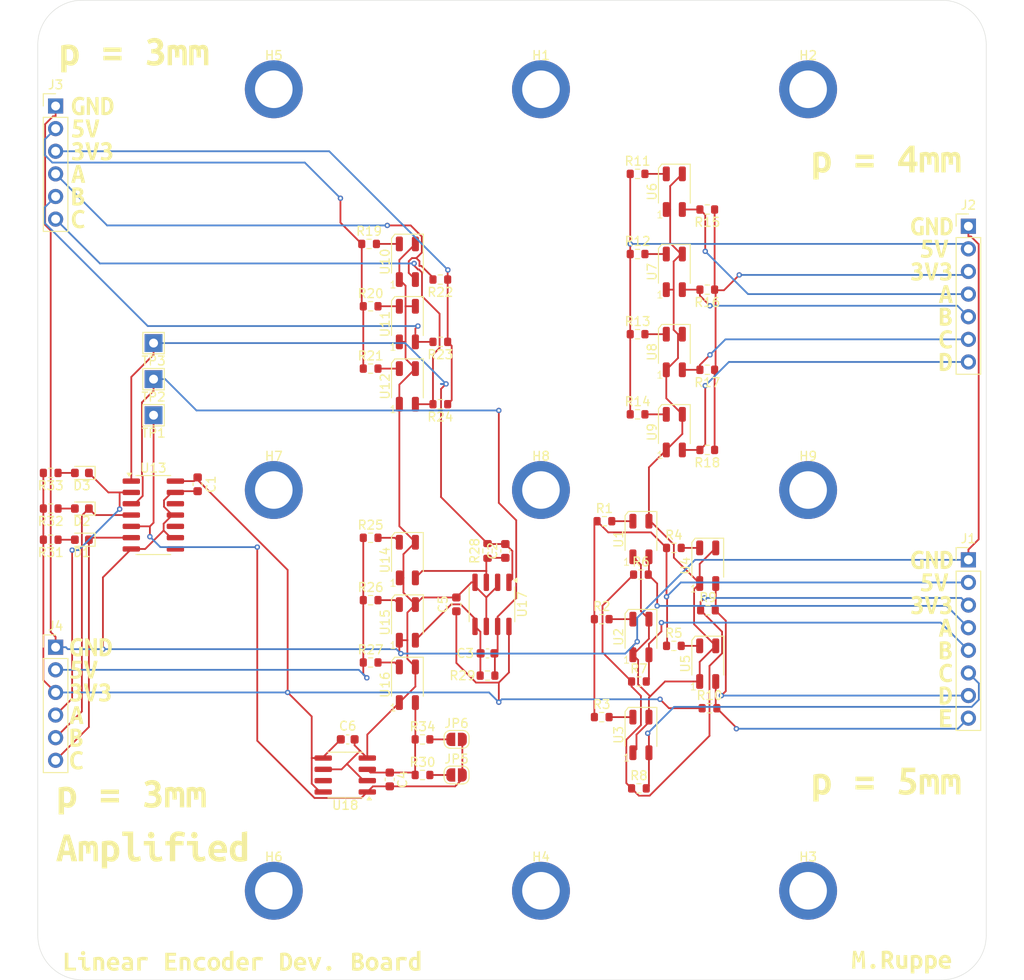
<source format=kicad_pcb>
(kicad_pcb (version 20241229) (generator "pcbnew") (generator_version "9.0")
  (layers (0 "F.Cu" signal) (2 "B.Cu" signal) (13 "F.Paste" user) (15 "B.Paste" user) (5 "F.SilkS" user "F.Silkscreen") (7 "B.SilkS" user "B.Silkscreen") (1 "F.Mask" user) (3 "B.Mask" user) (25 "Edge.Cuts" user))
  (net 0 "")
  (net 1 "GND")
  (net 2 "Net-(U1-A)")
  (net 3 "Net-(U2-A)")
  (net 4 "Net-(U3-A)")
  (net 5 "Net-(U4-A)")
  (net 6 "Net-(U5-A)")
  (net 7 "Net-(U6-A)")
  (net 8 "Net-(U7-A)")
  (net 9 "Net-(U14-A)")
  (net 10 "Net-(U8-A)")
  (net 11 "Net-(U17A-+)")
  (net 12 "Net-(U15-A)")
  (net 13 "Net-(U9-A)")
  (net 14 "Net-(U10-A)")
  (net 15 "Net-(U18A-+)")
  (net 16 "Net-(U16-A)")
  (net 17 "Net-(U11-A)")
  (net 18 "Net-(U12-A)")
  (net 19 "Net-(J1-Pin_6)")
  (net 20 "Net-(J1-Pin_8)")
  (net 21 "Net-(J1-Pin_4)")
  (net 22 "Net-(J1-Pin_5)")
  (net 23 "Net-(J1-Pin_7)")
  (net 24 "VCC")
  (net 25 "Net-(C2-Pad2)")
  (net 26 "Net-(C3-Pad2)")
  (net 27 "Net-(D1-A)")
  (net 28 "Net-(D1-K)")
  (net 29 "Net-(D2-A)")
  (net 30 "Net-(D2-K)")
  (net 31 "Net-(D3-K)")
  (net 32 "Net-(D3-A)")
  (net 36 "Net-(JP5-B)")
  (net 37 "Net-(JP5-A)")
  (net 38 "Net-(JP6-A)")
  (net 39 "Net-(U17B-+)")
  (net 41 "/3V3_5mm")
  (net 42 "/5V_5mm")
  (net 43 "/5V_4mm")
  (net 44 "Net-(J2-Pin_4)")
  (net 45 "/3V3_4mm")
  (net 46 "Net-(J2-Pin_5)")
  (net 47 "Net-(J2-Pin_6)")
  (net 48 "Net-(J2-Pin_7)")
  (net 49 "/3V3_3mm")
  (net 50 "Net-(J3-Pin_5)")
  (net 51 "/5V_3mm")
  (net 52 "Net-(J3-Pin_6)")
  (net 53 "Net-(J3-Pin_4)")
  (net 54 "/5V_3mm_AMP")
  (footprint "OptoDevice:Everlight_ITR1201SR10AR" (layer "F.Cu") (at 136.225 132.5)
    (property "Reference" "U3")
    (property "Value" "ITR8307-S17-TR8")
  )
  (footprint "OptoDevice:Everlight_ITR1201SR10AR" (layer "F.Cu") (at 143.725 113.5)
    (property "Reference" "U4")
    (property "Value" "ITR8307-S17-TR8")
  )
  (footprint "kibuzzard-68A3D602" (layer "F.Cu") (at 79.39 56.165)
    (property "Reference" "kibuzzard-68A3D602" (hide yes))
    (property "Value" "G***" (hide yes))
  )
  (footprint "Resistor_SMD:R_0603_1608Metric" (layer "F.Cu") (at 136 126.5)
    (property "Reference" "R7")
    (property "Value" "10k")
  )
  (footprint "OptoDevice:Everlight_ITR1201SR10AR" (layer "F.Cu") (at 136.225 121.5)
    (property "Reference" "U2")
    (property "Value" "ITR8307-S17-TR8")
  )
  (footprint "Resistor_SMD:R_0603_1608Metric" (layer "F.Cu") (at 119 125.84)
    (property "Reference" "R29")
    (property "Value" "4k7")
  )
  (footprint "Resistor_SMD:R_0603_1608Metric" (layer "F.Cu") (at 131.825 130.5)
    (property "Reference" "R3")
    (property "Value" "220")
  )
  (footprint "Resistor_SMD:R_0603_1608Metric" (layer "F.Cu") (at 113.7 81.365 180)
    (property "Reference" "R22")
    (property "Value" "10k")
  )
  (footprint "Resistor_SMD:R_0603_1608Metric" (layer "F.Cu") (at 69.95 107.08 180)
    (property "Reference" "R32")
    (property "Value" "4k7")
  )
  (footprint "Connector_PinHeader_2.54mm:PinHeader_1x06_P2.54mm_Vertical" (layer "F.Cu") (at 70.5 122.65)
    (property "Reference" "J4")
    (property "Value" "Conn_01x06_Pin")
  )
  (footprint "Resistor_SMD:R_0603_1608Metric" (layer "F.Cu") (at 143.75 118.5)
    (property "Reference" "R9")
    (property "Value" "10k")
  )
  (footprint "Package_SO:SOIC-8_3.9x4.9mm_P1.27mm" (layer "F.Cu") (at 103.025 137 180)
    (property "Reference" "U18")
    (property "Value" "MCP6002-xSN")
  )
  (footprint "OptoDevice:Everlight_ITR1201SR10AR" (layer "F.Cu") (at 110 119.865)
    (property "Reference" "U15")
    (property "Value" "ITR8307-S17-TR8")
  )
  (footprint "kibuzzard-68A3DEDD" (layer "F.Cu") (at 91.5 157.864297)
    (property "Reference" "kibuzzard-68A3DEDD" (hide yes))
    (property "Value" "G***" (hide yes))
  )
  (footprint "Jumper:SolderJumper-2_P1.3mm_Open_RoundedPad1.0x1.5mm" (layer "F.Cu") (at 115.525 137)
    (property "Reference" "JP5")
    (property "Value" "SolderJumper_2_Open")
  )
  (footprint "kibuzzard-68A3D523" (layer "F.Cu") (at 170.46 120.465)
    (property "Reference" "kibuzzard-68A3D523" (hide yes))
    (property "Value" "G***" (hide yes))
  )
  (footprint "Connector_PinHeader_2.54mm:PinHeader_1x07_P2.54mm_Vertical" (layer "F.Cu") (at 173 75.38)
    (property "Reference" "J2")
    (property "Value" "Conn_01x07_Pin")
  )
  (footprint "kibuzzard-68A3D861" (layer "F.Cu") (at 165.5 158)
    (property "Reference" "kibuzzard-68A3D861" (hide yes))
    (property "Value" "G***" (hide yes))
  )
  (footprint "Resistor_SMD:R_0603_1608Metric" (layer "F.Cu") (at 143.675 82.5 180)
    (property "Reference" "R16")
    (property "Value" "10k")
  )
  (footprint "TestPoint:TestPoint_THTPad_2.0x2.0mm_Drill1.0mm" (layer "F.Cu") (at 81.5 88.5 180)
    (property "Reference" "TP3")
    (property "Value" "TestPoint")
  )
  (footprint "kibuzzard-68A3D529" (layer "F.Cu") (at 72.849475 132.81)
    (property "Reference" "kibuzzard-68A3D529" (hide yes))
    (property "Value" "G***" (hide yes))
  )
  (footprint "kibuzzard-68A3D4F1" (layer "F.Cu") (at 168.848813 80.46)
    (property "Reference" "kibuzzard-68A3D4F1" (hide yes))
    (property "Value" "G***" (hide yes))
  )
  (footprint "Resistor_SMD:R_0603_1608Metric" (layer "F.Cu") (at 135.85 87.5)
    (property "Reference" "R13")
    (property "Value" "220")
  )
  (footprint "LED_SMD:LED_0603_1608Metric" (layer "F.Cu") (at 73.45 103.08 180)
    (property "Reference" "D3")
    (property "Value" "LED")
  )
  (footprint "kibuzzard-68A3D52F" (layer "F.Cu") (at 170.46 125.545)
    (property "Reference" "kibuzzard-68A3D52F" (hide yes))
    (property "Value" "G***" (hide yes))
  )
  (footprint "OptoDevice:Everlight_ITR1201SR10AR" (layer "F.Cu") (at 110 79.365)
    (property "Reference" "U10")
    (property "Value" "ITR8307-S17-TR8")
  )
  (footprint "Resistor_SMD:R_0603_1608Metric" (layer "F.Cu") (at 143.675 73.5 180)
    (property "Reference" "R15")
    (property "Value" "10k")
  )
  (footprint "OptoDevice:Everlight_ITR1201SR10AR" (layer "F.Cu") (at 136.225 110.5)
    (property "Reference" "U1")
    (property "Value" "ITR8307-S17-TR8")
  )
  (footprint "kibuzzard-68A3D529" (layer "F.Cu") (at 73.04 72.04)
    (property "Reference" "kibuzzard-68A3D529" (hide yes))
    (property "Value" "G***" (hide yes))
  )
  (footprint "kibuzzard-68A3D523" (layer "F.Cu") (at 72.849475 130.27)
    (property "Reference" "kibuzzard-68A3D523" (hide yes))
    (property "Value" "G***" (hide yes))
  )
  (footprint "Resistor_SMD:R_0603_1608Metric" (layer "F.Cu") (at 135.85 78.5)
    (property "Reference" "R12")
    (property "Value" "220")
  )
  (footprint "Resistor_SMD:R_0603_1608Metric" (layer "F.Cu") (at 105.7 77.365)
    (property "Reference" "R19")
    (property "Value" "220")
  )
  (footprint "Resistor_SMD:R_0603_1608Metric" (layer "F.Cu") (at 136.225 114.5)
    (property "Reference" "R6")
    (property "Value" "10k")
  )
  (footprint "Resistor_SMD:R_0603_1608Metric" (layer "F.Cu") (at 105.875 117.365)
    (property "Reference" "R26")
    (property "Value" "220")
  )
  (footprint "Resistor_SMD:R_0603_1608Metric" (layer "F.Cu") (at 139.925 111.5)
    (property "Reference" "R4")
    (property "Value" "220")
  )
  (footprint "Capacitor_SMD:C_0603_1608Metric" (layer "F.Cu") (at 86.45 104.355 90)
    (property "Reference" "C1")
    (property "Value" "100n")
  )
  (footprint "kibuzzard-68A3D4F1" (layer "F.Cu") (at 168.848813 117.925)
    (property "Reference" "kibuzzard-68A3D4F1" (hide yes))
    (property "Value" "G***" (hide yes))
  )
  (footprint "kibuzzard-68A3D529" (layer "F.Cu") (at 170.46 123.005)
    (property "Reference" "kibuzzard-68A3D529" (hide yes))
    (property "Value" "G***" (hide yes))
  )
  (footprint "kibuzzard-68A3D52F" (layer "F.Cu") (at 73.04 74.58)
    (property "Reference" "kibuzzard-68A3D52F" (hide yes))
    (property "Value" "G***" (hide yes))
  )
  (footprint "Resistor_SMD:R_0603_1608Metric" (layer "F.Cu") (at 135.85 69.5)
    (property "Reference" "R11")
    (property "Value" "220")
  )
  (footprint "Resistor_SMD:R_0603_1608Metric" (layer "F.Cu") (at 139.925 122.5)
    (property "Reference" "R5")
    (property "Value" "220")
  )
  (footprint "Resistor_SMD:R_0603_1608Metric" (layer "F.Cu") (at 143.675 100.5 180)
    (property "Reference" "R18")
    (property "Value" "10k")
  )
  (footprint "OptoDevice:Everlight_ITR1201SR10AR" (layer "F.Cu") (at 139.975 71.5)
    (property "Reference" "U6")
    (property "Value" "ITR8307-S17-TR8")
  )
  (footprint "Package_SO:SOIC-14_3.9x8.7mm_P1.27mm" (layer "F.Cu") (at 81.475 107.81)
    (property "Reference" "U13")
    (property "Value" "74HC14")
  )
  (footprint "kibuzzard-68A3D4DA" (layer "F.Cu") (at 73.865525 64.42)
    (property "Reference" "kibuzzard-68A3D4DA" (hide yes))
    (property "Value" "G***" (hide yes))
  )
  (footprint "Resistor_SMD:R_0603_1608Metric" (layer "F.Cu") (at 105.875 124.365)
    (property "Reference" "R27")
    (property "Value" "220")
  )
  (footprint "Capacitor_SMD:C_0603_1608Metric" (layer "F.Cu") (at 103.3 133 180)
    (property "Reference" "C6")
    (property "Value" "100n")
  )
  (footprint "OptoDevice:Everlight_ITR1201SR10AR" (layer "F.Cu") (at 110 126.865)
    (property "Reference" "U16")
    (property "Value" "ITR8307-S17-TR8")
  )
  (footprint "TestPoint:TestPoint_THTPad_2.0x2.0mm_Drill1.0mm" (layer "F.Cu") (at 81.5 92.55 180)
    (property "Reference" "TP2")
    (property "Value" "TestPoint")
  )
  (footprint "kibuzzard-68A3D52F" (layer "F.Cu") (at 72.849475 135.35)
    (property "Reference" "kibuzzard-68A3D52F" (hide yes))
    (property "Value" "G***" (hide yes))
  )
  (footprint "kibuzzard-68A3D4DA" (layer "F.Cu") (at 169.19 115.385)
    (property "Reference" "kibuzzard-68A3D4DA" (hide yes))
    (property "Value" "G***" (hide yes))
  )
  (footprint "Capacitor_SMD:C_0603_1608Metric" (layer "F.Cu") (at 121 111.84 90)
    (property "Reference" "C2")
    (property "Value" "1n")
  )
  (footprint "OptoDevice:Everlight_ITR1201SR10AR" (layer "F.Cu") (at 139.975 80.5)
    (property "Reference" "U7")
    (property "Value" "ITR8307-S17-TR8")
  )
  (footprint "kibuzzard-68A3D4DA" (layer "F.Cu") (at 169.19 77.92)
    (property "Reference" "kibuzzard-68A3D4DA" (hide yes))
    (property "Value" "G***" (hide yes))
  )
  (footprint "Resistor_SMD:R_0603_1608Metric" (layer "F.Cu") (at 111.7 137)
    (property "Reference" "R30")
    (property "Value" "4k7")
  )
  (footprint "kibuzzard-68A3D4E7" (layer "F.Cu") (at 74.471446 122.65)
    (property "Reference" "kibuzzard-68A3D4E7" (hide yes))
    (property "Value" "G***" (hide yes))
  )
  (footprint "Connector_PinHeader_2.54mm:PinHeader_1x08_P2.54mm_Vertical" (layer "F.Cu") (at 173 112.84)
    (property "Reference" "J1")
    (property "Value" "Conn_01x08_Pin")
  )
  (footprint "Resistor_SMD:R_0603_1608Metric" (layer "F.Cu") (at 119 111.84 90)
    (property "Reference" "R28")
    (property "Value" "4k7")
  )
  (footprint "kibuzzard-68A3D638" (layer "F.Cu") (at 163.845 138.08)
    (property "Reference" "kibuzzard-68A3D638" (hide yes))
    (property "Value" "G***" (hide yes))
  )
  (footprint "Resistor_SMD:R_0603_1608Metric" (layer "F.Cu") (at 143.925 129.5)
    (property "Reference" "R10")
    (property "Value" "10k")
  )
  (footprint "Connector_PinHeader_2.54mm:PinHeader_1x06_P2.54mm_Vertical" (layer "F.Cu") (at 70.5 61.88)
    (property "Reference" "J3")
    (property "Value" "Conn_01x06_Pin")
  )
  (footprint "kibuzzard-68A3D4DA" (layer "F.Cu") (at 73.675 125.19)
    (property "Reference" "kibuzzard-68A3D4DA" (hide yes))
    (property "Value" "G***" (hide yes))
  )
  (footprint "Resistor_SMD:R_0603_1608Metric" (layer "F.Cu") (at 131.825 119.5)
    (property "Reference" "R2")
    (property "Value" "220")
  )
  (footprint "kibuzzard-68A3D628" (layer "F.Cu") (at 163.845 68.23)
    (property "Reference" "kibuzzard-68A3D628" (hide yes))
    (property "Value" "G***" (hide yes))
  )
  (footprint "Resistor_SMD:R_0603_1608Metric" (layer "F.Cu") (at 69.95 103.08 180)
    (property "Reference" "R33")
    (property "Value" "4k7")
  )
  (footprint "Footprints:MountingHole_SMTSO3030_3.2mm_M3" (layer "F.Cu") (at 95 60)
    (property "Reference" "H5")
    (property "Value" "MountingHole")
  )
  (footprint "Resistor_SMD:R_0603_1608Metric" (layer "F.Cu") (at 135.85 96.5)
    (property "Reference" "R14")
    (property "Value" "220")
  )
  (footprint "kibuzzard-68A3D4E7" (layer "F.Cu") (at 168.906971 112.845)
    (property "Reference" "kibuzzard-68A3D4E7" (hide yes))
    (property "Value" "G***" (hide yes))
  )
  (footprint "Footprints:MountingHole_SMTSO3030_3.2mm_M3" (layer "F.Cu") (at 155 105)
    (property "Reference" "H9")
    (property "Value" "MountingHole")
  )
  (footprint "kibuzzard-68A3D619" (layer "F.Cu") (at 81.295 142.525)
    (property "Reference" "kibuzzard-68A3D619" (hide yes))
    (property "Value" "G***" (hide yes))
  )
  (footprint "OptoDevice:Everlight_ITR1201SR10AR" (layer "F.Cu") (at 143.725 124.5)
    (property "Reference" "U5")
    (property "Value" "ITR8307-S17-TR8")
  )
  (footprint "Footprints:MountingHole_SMTSO3030_3.2mm_M3" (layer "F.Cu") (at 125 105)
    (property "Reference" "H8")
    (property "Value" "MountingHole")
  )
  (footprint "Resistor_SMD:R_0603_1608Metric" (layer "F.Cu") (at 113.7 88.365 180)
    (property "Reference" "R23")
    (property "Value" "10k")
  )
  (footprint "TestPoint:TestPoint_THTPad_2.0x2.0mm_Drill1.0mm" (layer "F.Cu") (at 81.5 96.6 180)
    (property "Reference" "TP1")
    (property "Value" "TestPoint")
  )
  (footprint "Resistor_SMD:R_0603_1608Metric" (layer "F.Cu") (at 105.875 110.365)
    (property "Reference" "R25")
    (property "Value" "220")
  )
  (footprint "kibuzzard-68A3D4E7" (layer "F.Cu") (at 74.661971 61.88)
    (property "Reference" "kibuzzard-68A3D4E7" (hide yes))
    (property "Value" "G***" (hide yes))
  )
  (footprint "kibuzzard-68A3D6CA" (layer "F.Cu") (at 170.46 128.085)
    (property "Reference" "kibuzzard-68A3D6CA" (hide yes))
    (property "Value" "G***" (hide yes))
  )
  (footprint "Resistor_SMD:R_0603_1608Metric" (layer "F.Cu") (at 113.7 95.365 180)
    (property "Reference" "R24")
    (property "Value" "10k")
  )
  (footprint "kibuzzard-68A3D4F1" (layer "F.Cu") (at 74.603813 66.96)
    (property "Reference" "kibuzzard-68A3D4F1" (hide yes))
    (property "Value" "G***" (hide yes))
  )
  (footprint "kibuzzard-68A3D6EB" (layer "F.Cu") (at 170.46 130.625)
    (property "Reference" "kibuzzard-68A3D6EB" (hide yes))
    (property "Value" "G***" (hide yes))
  )
  (footprint "Resistor_SMD:R_0603_1608Metric" (layer "F.Cu") (at 69.95 110.58 180)
    (property "Reference" "R31")
    (property "Value" "4k7")
  )
  (footprint "Resistor_SMD:R_0603_1608Metric" (layer "F.Cu") (at 143.675 91.5 180)
    (property "Reference" "R17")
    (property "Value" "10k")
  )
  (footprint "LED_SMD:LED_0603_1608Metric" (layer "F.Cu") (at 73.45 110.58 180)
    (property "Reference" "D1")
    (property "Value" "LED")
  )
  (footprint "OptoDevice:Everlight_ITR1201SR10AR" (layer "F.Cu") (at 139.975 98.5)
    (property "Reference" "U9")
    (property "Value" "ITR8307-S17-TR8")
  )
  (footprint "Capacitor_SMD:C_0603_1608Metric" (layer "F.Cu") (at 119 123.34)
    (property "Reference" "C3")
    (property "Value" "1n")
  )
  (footprint "Resistor_SMD:R_0603_1608Metric" (layer "F.Cu") (at 105.875 84.365)
    (property "Reference" "R20")
    (property "Value" "220")
  )
  (footprint "kibuzzard-68A3D6CA" (layer "F.Cu") (at 170.46 90.62)
    (property "Reference" "kibuzzard-68A3D6CA" (hide yes))
    (property "Value" "G***" (hide yes))
  )
  (footprint "kibuzzard-68A3D52F" (layer "F.Cu") (at 170.46 88.08)
    (property "Reference" "kibuzzard-68A3D52F" (hide yes))
    (property "Value" "G***" (hide yes))
  )
  (footprint "OptoDevice:Everlight_ITR1201SR10AR" (layer "F.Cu") (at 139.975 89.5)
    (property "Reference" "U8")
    (property "Value" "ITR8307-S17-TR8")
  )
  (footprint "kibuzzard-68A3D4E7" (layer "F.Cu") (at 168.906971 75.38)
    (property "Reference" "kibuzzard-68A3D4E7" (hide yes))
    (property "Value" "G***" (hide yes))
  )
  (footprint "Package_SO:SOIC-8_3.9x4.9mm_P1.27mm" (layer "F.Cu") (at 119.5 117.84 -90)
    (property "Reference" "U17")
    (property "Value" "MCP6002-xSN")
  )
  (footprint "OptoDevice:Everlight_ITR1201SR10AR" (layer "F.Cu") (at 110 112.865)
    (property "Reference" "U14")
    (property "Value" "ITR8307-S17-TR8")
  )
  (footprint "Footprints:MountingHole_SMTSO3030_3.2mm_M3" (layer "F.Cu") (at 125 150)
    (property "Reference" "H4")
    (property "Value" "MountingHole")
  )
  (footprint "Footprints:MountingHole_SMTSO3030_3.2mm_M3" (layer "F.Cu") (at 95 150)
    (property "Reference" "H6")
    (property "Value" "MountingHole")
  )
  (footprint "Resistor_SMD:R_0603_1608Metric" (layer "F.Cu") (at 105.875 91.365)
    (property "Reference" "R21")
    (property "Value" "220")
  )
  (footprint "Footprints:MountingHole_SMTSO3030_3.2mm_M3" (layer "F.Cu") (at 155 60)
    (property "Reference" "H2")
    (property "Value" "MountingHole")
  )
  (footprint "Footprints:MountingHole_SMTSO3030_3.2mm_M3" (layer "F.Cu") (at 125 60)
    (property "Reference" "H1")
    (property "Value" "MountingHole")
  )
  (footprint "OptoDevice:Everlight_ITR1201SR10AR" (layer "F.Cu") (at 110 86.365)
    (property "Reference" "U11")
    (property "Value" "ITR8307-S17-TR8")
  )
  (footprint "Resistor_SMD:R_0603_1608Metric" (layer "F.Cu") (at 136 138.5)
    (property "Reference" "R8")
    (property "Value" "10k")
  )
  (footprint "Capacitor_SMD:C_0603_1608Metric" (layer "F.Cu") (at 108.025 137.5 -90)
    (property "Reference" "C4")
    (property "Value" "1n")
  )
  (footprint "kibuzzard-68A3D523" (layer "F.Cu") (at 73.04 69.5)
    (property "Reference" "kibuzzard-68A3D523" (hide yes))
    (property "Value" "G***" (hide yes))
  )
  (footprint "Resistor_SMD:R_0603_1608Metric" (layer "F.Cu") (at 132.125 108.5)
    (property "Reference" "R1")
    (property "Value" "220")
  )
  (footprint "Resistor_SMD:R_0603_1608Metric" (layer "F.Cu") (at 111.7 133)
    (property "Reference" "R34")
    (property "Value" "DNP")
  )
  (footprint "OptoDevice:Everlight_ITR1201SR10AR" (layer "F.Cu") (at 110 93.365)
    (property "Reference" "U12")
    (property "Value" "ITR8307-S17-TR8")
  )
  (footprint "kibuzzard-68A3D523" (layer "F.Cu") (at 170.46 83)
    (property "Reference" "kibuzzard-68A3D523" (hide yes))
    (property "Value" "G***" (hide yes))
  )
  (footprint "LED_SMD:LED_0603_1608Metric" (layer "F.Cu") (at 73.45 107.08 180)
    (property "Reference" "D2")
    (property "Value" "LED")
  )
  (footprint "Footprints:MountingHole_SMTSO3030_3.2mm_M3" (layer "F.Cu") (at 155 150)
    (property "Reference" "H3")
    (property "Value" "MountingHole")
  )
  (footprint "kibuzzard-68A3D4F1" (layer "F.Cu") (at 74.413288 127.73)
    (property "Reference" "kibuzzard-68A3D4F1" (hide yes))
    (property "Value" "G***" (hide yes))
  )
  (footprint "kibuzzard-68A3D529" (layer "F.Cu") (at 170.46 85.54)
    (property "Reference" "kibuzzard-68A3D529" (hide yes))
    (property "Value" "G***" (hide yes))
  )
  (footprint "Capacitor_SMD:C_0603_1608Metric" (layer "F.Cu") (at 115.5 117.84 -90)
    (property "Reference" "C5")
    (property "Value" "100n")
  )
  (footprint "Footprints:MountingHole_SMTSO3030_3.2mm_M3" (layer "F.Cu") (at 95 105)
    (property "Reference" "H7")
    (property "Value" "MountingHole")
  )
  (footprint "Jumper:SolderJumper-2_P1.3mm_Open_RoundedPad1.0x1.5mm" (layer "F.Cu") (at 115.525 133)
    (property "Reference" "JP6")
    (property "Value" "SolderJumper_2_Open")
  )
  (gr_arc (start 175 155) (mid 173.535534 158.535534) (end 170 160) (stroke (width 0.05)) (layer "Edge.Cuts"))
  (gr_arc (start 68.5 55) (mid 69.964466 51.464466) (end 73.5 50) (stroke (width 0.05)) (layer "Edge.Cuts"))
  (gr_line (start 73.5 50) (end 170 50) (stroke (width 0.05)) (layer "Edge.Cuts"))
  (gr_arc (start 170 50) (mid 173.535534 51.464466) (end 175 55) (stroke (width 0.05)) (layer "Edge.Cuts"))
  (gr_line (start 175 55) (end 175 155) (stroke (width 0.05)) (layer "Edge.Cuts"))
  (gr_line (start 68.5 155) (end 68.5 55) (stroke (width 0.05)) (layer "Edge.Cuts"))
  (gr_arc (start 73.5 160) (mid 69.964466 158.535534) (end 68.5 155) (stroke (width 0.05)) (layer "Edge.Cuts"))
  (gr_line (start 170 160) (end 73.5 160) (stroke (width 0.05)) (layer "Edge.Cuts"))
  (segment (start 100.55 136.365) (end 102.6097 136.365) (width 0.2) (layer "F.Cu") (net 1))
  (segment (start 109.5583 114.865) (end 109.5583 116.5233) (width 0.2) (layer "F.Cu") (net 1))
  (segment (start 137.125 121.7) (end 135.325 123.5) (width 0.2) (layer "F.Cu") (net 1))
  (segment (start 135.7267 132.4663) (end 137.125 131.068) (width 0.2) (layer "F.Cu") (net 1))
  (segment (start 140.875 98.7) (end 139.075 100.5) (width 0.2) (layer "F.Cu") (net 1))
  (segment (start 139.902 87.0135) (end 140.3885 87.5) (width 0.2) (layer "F.Cu") (net 1))
  (segment (start 142.1954 116.1296) (end 142.825 115.5) (width 0.2) (layer "F.Cu") (net 1))
  (segment (start 109.1 93.165) (end 109.1 95.365) (width 0.2) (layer "F.Cu") (net 1))
  (segment (start 139.5121 77.2741) (end 139.5121 73.5) (width 0.2) (layer "F.Cu") (net 1))
  (segment (start 136.225 113.4) (end 136.225 118.6) (width 0.2) (layer "F.Cu") (net 1))
  (segment (start 83.6047 107.81) (end 83.95 107.81) (width 0.2) (layer "F.Cu") (net 1))
  (segment (start 117.2 115.365) (end 115.5 117.065) (width 0.2) (layer "F.Cu") (net 1))
  (segment (start 173 75.38) (end 173 76.5317) (width 0.2) (layer "F.Cu") (net 1))
  (segment (start 137.125 131.068) (end 137.125 130.5) (width 0.2) (layer "F.Cu") (net 1))
  (segment (start 142.1954 120.0704) (end 142.1954 116.1296) (width 0.2) (layer "F.Cu") (net 1))
  (segment (start 137.125 119.5) (end 137.125 121.7) (width 0.2) (layer "F.Cu") (net 1))
  (segment (start 137.2661 128.1676) (end 137.125 128.3087) (width 0.2) (layer "F.Cu") (net 1))
  (segment (start 139.5121 70.8629) (end 140.875 69.5) (width 0.2) (layer "F.Cu") (net 1))
  (segment (start 135.325 134.5) (end 135.7267 134.0983) (width 0.2) (layer "F.Cu") (net 1))
  (segment (start 70.2121 63.0317) (end 69.3268 63.917) (width 0.2) (layer "F.Cu") (net 1))
  (segment (start 79 111.62) (end 80.5564 111.62) (width 0.2) (layer "F.Cu") (net 1))
  (segment (start 137.125 108.5) (end 137.125 102.45) (width 0.2) (layer "F.Cu") (net 1))
  (segment (start 137.2989 108.5) (end 137.125 108.5) (width 0.2) (layer "F.Cu") (net 1))
  (segment (start 173 111.6883) (end 174.1517 110.5366) (width 0.2) (layer "F.Cu") (net 1))
  (segment (start 83.5513 105.27) (end 82.6727 106.1486) (width 0.2) (layer "F.Cu") (net 1))
  (segment (start 111.7 117.065) (end 110.9 117.865) (width 0.2) (layer "F.Cu") (net 1))
  (segment (start 110 118.765) (end 110.9 117.865) (width 0.2) (layer "F.Cu") (net 1))
  (segment (start 140.738 78.5) (end 139.902 79.336) (width 0.2) (layer "F.Cu") (net 1))
  (segment (start 109.7975 90.2625) (end 110.9 91.365) (width 0.2) (layer "F.Cu") (net 1))
  (segment (start 82.6727 106.878) (end 83.6047 107.81) (width 0.2) (layer "F.Cu") (net 1))
  (segment (start 140.738 78.5) (end 139.5121 77.2741) (width 0.2) (layer "F.Cu") (net 1))
  (segment (start 83.95 110.35) (end 83.4376 110.35) (width 0.2) (layer "F.Cu") (net 1))
  (segment (start 79 111.62) (end 75.8146 114.8054) (width 0.2) (layer "F.Cu") (net 1))
  (segment (start 120.135 115.365) (end 120.135 115.7869) (width 0.2) (layer "F.Cu") (net 1))
  (segment (start 109.5583 112.2067) (end 109.5583 114.865) (width 0.2) (layer "F.Cu") (net 1))
  (segment (start 117.595 115.7869) (end 118.865 117.0569) (width 0.2) (layer "F.Cu") (net 1))
  (segment (start 109.1 81.365) (end 109.7975 82.0625) (width 0.2) (layer "F.Cu") (net 1))
  (segment (start 144.625 122.5) (end 142.1954 120.0704) (width 0.2) (layer "F.Cu") (net 1))
  (segment (start 120.135 115.7869) (end 118.865 117.0569) (width 0.2) (layer "F.Cu") (net 1))
  (segment (start 135.325 122.5076) (end 135.325 123.5) (width 0.2) (layer "F.Cu") (net 1))
  (segment (start 115.5 117.065) (end 111.7 117.065) (width 0.2) (layer "F.Cu") (net 1))
  (segment (start 135.7267 134.0983) (end 135.7267 132.4663) (width 0.2) (layer "F.Cu") (net 1))
  (segment (start 174.1517 110.5366) (end 174.1517 77.3954) (width 0.2) (layer "F.Cu") (net 1))
  (segment (start 135.8076 122.025) (end 135.325 122.5076) (width 0.2) (layer "F.Cu") (net 1))
  (segment (start 110 123.965) (end 110.9 124.865) (width 0.2) (layer "F.Cu") (net 1))
  (segment (start 140.3885 87.5) (end 140.875 87.5) (width 0.2) (layer "F.Cu") (net 1))
  (segment (start 105.5 135.095) (end 105.5 132.465) (width 0.2) (layer "F.Cu") (net 1))
  (segment (start 109.7975 88.365) (end 109.1 88.365) (width 0.2) (layer "F.Cu") (net 1))
  (segment (start 109.7975 82.0625) (end 109.7975 84.365) (width 0.2) (layer "F.Cu") (net 1))
  (segment (start 110.9 127.065) (end 110.9 124.865) (width 0.2) (layer "F.Cu") (net 1))
  (segment (start 75.8146 114.8054) (end 75.8146 122.87) (width 0.2) (layer "F.Cu") (net 1))
  (segment (start 109.1 121.865) (end 110 121.865) (width 0.2) (layer "F.Cu") (net 1))
  (segment (start 140.3885 87.5) (end 140.3885 90.1865) (width 0.2) (layer "F.Cu") (net 1))
  (segment (start 109.1 95.365) (end 109.1 109.065) (width 0.2) (layer "F.Cu") (net 1))
  (segment (start 117.595 115.365) (end 117.2 115.365) (width 0.2) (layer "F.Cu") (net 1))
  (segment (start 135.325 123.5) (end 135.9091 124.0841) (width 0.2) (layer "F.Cu") (net 1))
  (segment (start 102.6097 136.365) (end 103.2183 135.7564) (width 0.2) (layer "F.Cu") (net 1))
  (segment (start 139.075 94.7) (end 139.075 91.5) (width 0.2) (layer "F.Cu") (net 1))
  (segment (start 70.5 61.88) (end 70.5 63.0317) (width 0.2) (layer "F.Cu") (net 1))
  (segment (start 109.1 128.865) (end 110.9 127.065) (width 0.2) (layer "F.Cu") (net 1))
  (segment (start 69.3268 63.917) (end 69.3268 75.231) (width 0.2) (layer "F.Cu") (net 1))
  (segment (start 135.9091 124.0841) (end 135.9091 126.8107) (width 0.2) (layer "F.Cu") (net 1))
  (segment (start 86.45 105.13) (end 84.09 105.13) (width 0.2) (layer "F.Cu") (net 1))
  (segment (start 139.902 82.5) (end 139.902 87.0135) (width 0.2) (layer "F.Cu") (net 1))
  (segment (start 105.5 132.465) (end 109.1 128.865) (width 0.2) (layer "F.Cu") (net 1))
  (segment (start 105.0969 137.635) (end 105.5 137.635) (width 0.2) (layer "F.Cu") (net 1))
  (segment (start 109.7975 88.365) (end 109.7975 90.2625) (width 0.2) (layer "F.Cu") (net 1))
  (segment (start 136.225 118.6) (end 137.125 119.5) (width 0.2) (layer "F.Cu") (net 1))
  (segment (start 140.875 96.5) (end 140.875 98.7) (width 0.2) (layer "F.Cu") (net 1))
  (segment (start 139.925 112.6) (end 139.925 111.1261) (width 0.2) (layer "F.Cu") (net 1))
  (segment (start 82.632 109.5444) (end 82.632 108.7827) (width 0.2) (layer "F.Cu") (net 1))
  (segment (start 84.09 105.13) (end 83.95 105.27) (width 0.2) (layer "F.Cu") (net 1))
  (segment (start 142.825 115.5) (end 142.825 113.3) (width 0.2) (layer "F.Cu") (net 1))
  (segment (start 110.9 110.865) (end 109.5583 112.2067) (width 0.2) (layer "F.Cu") (net 1))
  (segment (start 69.95 75.8542) (end 69.95 120.9483) (width 0.2) (layer "F.Cu") (net 1))
  (segment (start 139.902 79.336) (end 139.902 82.5) (width 0.2) (layer "F.Cu") (net 1))
  (segment (start 83.4376 110.35) (end 82.632 109.5444) (width 0.2) (layer "F.Cu") (net 1))
  (segment (start 105.5 135.095) (end 104.6899 134.2848) (width 0.2) (layer "F.Cu") (net 1))
  (segment (start 109.5583 114.865) (end 109.1 114.865) (width 0.2) (layer "F.Cu") (net 1))
  (segment (start 104.6899 134.2848) (end 103.2183 135.7564) (width 0.2) (layer "F.Cu") (net 1))
  (segment (start 80.5564 111.62) (end 82.632 109.5444) (width 0.2) (layer "F.Cu") (net 1))
  (segment (start 139.5121 73.5) (end 139.5121 70.8629) (width 0.2) (layer "F.Cu") (net 1))
  (segment (start 110 121.865) (end 110 118.765) (width 0.2) (layer "F.Cu") (net 1))
  (segment (start 139.902 82.5) (end 139.075 82.5) (width 0.2) (layer "F.Cu") (net 1))
  (segment (start 118.865 117.0569) (end 118.865 120.315) (width 0.2) (layer "F.Cu") (net 1))
  (segment (start 140.875 96.5) (end 139.075 94.7) (width 0.2) (layer "F.Cu") (net 1))
  (segment (start 82.6727 106.1486) (end 82.6727 106.878) (width 0.2) (layer "F.Cu") (net 1))
  (segment (start 138.9337 126.5) (end 137.2661 128.1676) (width 0.2) (layer "F.Cu") (net 1))
  (segment (start 140.875 78.5) (end 140.738 78.5) (width 0.2) (layer "F.Cu") (net 1))
  (segment (start 173.288 76.5317) (end 173 76.5317) (width 0.2) (layer "F.Cu") (net 1))
  (segment (start 135.9091 126.8107) (end 137.2661 128.1676) (width 0.2) (layer "F.Cu") (net 1))
  (segment (start 109.1 123.197) (end 109.1 121.865) (width 0.2) (layer "F.Cu") (net 1))
  (segment (start 110.9 84.365) (end 109.7975 84.365) (width 0.2) (layer "F.Cu") (net 1))
  (segment (start 69.95 120.9483) (end 70.5 121.4983) (width 0.2) (layer "F.Cu") (net 1))
  (segment (start 109.1 81.365) (end 109.1 79.165) (width 0.2) (layer "F.Cu") (net 1))
  (segment (start 109.268 123.365) (end 109.1 123.197) (width 0.2) (layer "F.Cu") (net 1))
  (segment (start 135.325 112.5) (end 136.225 113.4) (width 0.2) (layer "F.Cu") (net 1))
  (segment (start 137.125 102.45) (end 139.075 100.5) (width 0.2) (layer "F.Cu") (net 1))
  (segment (start 82.632 108.7827) (end 83.6047 107.81) (width 0.2) (layer "F.Cu") (net 1))
  (segment (start 142.825 126.5) (end 142.825 124.3) (width 0.2) (layer "F.Cu") (net 1))
  (segment (start 110 121.865) (end 110 123.965) (width 0.2) (layer "F.Cu") (net 1))
  (segment (start 174.1517 77.3954) (end 173.288 76.5317) (width 0.2) (layer "F.Cu") (net 1))
  (segment (start 140.3885 90.1865) (end 139.075 91.5) (width 0.2) (layer "F.Cu") (net 1))
  (segment (start 139.5121 73.5) (end 139.075 73.5) (width 0.2) (layer "F.Cu") (net 1))
  (segment (start 142.825 115.5) (end 139.925 112.6) (width 0.2) (layer "F.Cu") (net 1))
  (segment (start 173 112.84) (end 173 111.6883) (width 0.2) (layer "F.Cu") (net 1))
  (segment (start 137.125 128.3087) (end 137.125 130.5) (width 0.2) (layer "F.Cu") (net 1))
  (segment (start 103.2183 135.7564) (end 105.0969 137.635) (width 0.2) (layer "F.Cu") (net 1))
  (segment (start 104.075 133.67) (end 104.075 133) (width 0.2) (layer "F.Cu") (net 1))
  (segment (start 142.825 113.3) (end 144.625 111.5) (width 0.2) (layer "F.Cu") (net 1))
  (segment (start 70.5 63.0317) (end 70.2121 63.0317) (width 0.2) (layer "F.Cu") (net 1))
  (segment (start 142.825 126.5) (end 138.9337 126.5) (width 0.2) (layer "F.Cu") (net 1))
  (segment (start 142.825 124.3) (end 144.625 122.5) (width 0.2) (layer "F.Cu") (net 1))
  (segment (start 104.6899 134.2848) (end 104.075 133.67) (width 0.2) (layer "F.Cu") (net 1))
  (segment (start 83.95 105.27) (end 83.5513 105.27) (width 0.2) (layer "F.Cu") (net 1))
  (segment (start 109.5583 116.5233) (end 110.9 117.865) (width 0.2) (layer "F.Cu") (net 1))
  (segment (start 117.595 115.365) (end 117.595 115.7869) (width 0.2) (layer "F.Cu") (net 1))
  (segment (start 139.925 111.1261) (end 137.2989 108.5) (width 0.2) (layer "F.Cu") (net 1))
  (segment (start 109.7975 84.365) (end 109.7975 88.365) (width 0.2) (layer "F.Cu") (net 1))
  (segment (start 110.9 91.365) (end 109.1 93.165) (width 0.2) (layer "F.Cu") (net 1))
  (segment (start 109.1 79.165) (end 110.9 77.365) (width 0.2) (layer "F.Cu") (net 1))
  (segment (start 70.5 122.65) (end 70.5 121.4983) (width 0.2) (layer "F.Cu") (net 1))
  (segment (start 69.3268 75.231) (end 69.95 75.8542) (width 0.2) (layer "F.Cu") (net 1))
  (segment (start 109.1 109.065) (end 110.9 110.865) (width 0.2) (layer "F.Cu") (net 1))
  (via (at 75.8146 122.87) (size 0.6) (drill 0.3) (layers "F.Cu" "B.Cu") (net 1))
  (via (at 109.268 123.365) (size 0.6) (drill 0.3) (layers "F.Cu" "B.Cu") (net 1))
  (via (at 135.8076 122.025) (size 0.6) (drill 0.3) (layers "F.Cu" "B.Cu") (net 1))
  (segment (start 134.4676 123.365) (end 135.8076 122.025) (width 0.2) (layer "B.Cu") (net 1))
  (segment (start 173 112.84) (end 142.3095 112.84) (width 0.2) (layer "B.Cu") (net 1))
  (segment (start 135.8076 119.3419) (end 135.8076 122.025) (width 0.2) (layer "B.Cu") (net 1))
  (segment (start 71.8717 122.87) (end 75.8146 122.87) (width 0.2) (layer "B.Cu") (net 1))
  (segment (start 109.268 123.365) (end 134.4676 123.365) (width 0.2) (layer "B.Cu") (net 1))
  (segment (start 142.3095 112.84) (end 135.8076 119.3419) (width 0.2) (layer "B.Cu") (net 1))
  (segment (start 75.8146 122.87) (end 108.773 122.87) (width 0.2) (layer "B.Cu") (net 1))
  (segment (start 71.6517 122.65) (end 71.8717 122.87) (width 0.2) (layer "B.Cu") (net 1))
  (segment (start 108.773 122.87) (end 109.268 123.365) (width 0.2) (layer "B.Cu") (net 1))
  (segment (start 70.5 122.65) (end 71.6517 122.65) (width 0.2) (layer "B.Cu") (net 1))
  (segment (start 132.95 108.5) (end 135.325 108.5) (width 0.2) (layer "F.Cu") (net 2))
  (segment (start 135.325 119.5) (end 132.65 119.5) (width 0.2) (layer "F.Cu") (net 3))
  (segment (start 132.65 130.5) (end 135.325 130.5) (width 0.2) (layer "F.Cu") (net 4))
  (segment (start 142.825 111.5) (end 140.75 111.5) (width 0.2) (layer "F.Cu") (net 5))
  (segment (start 140.75 122.5) (end 142.825 122.5) (width 0.2) (layer "F.Cu") (net 6))
  (segment (start 139.075 69.5) (end 136.675 69.5) (width 0.2) (layer "F.Cu") (net 7))
  (segment (start 139.075 78.5) (end 136.675 78.5) (width 0.2) (layer "F.Cu") (net 8))
  (segment (start 106.7 110.365) (end 108.6 110.365) (width 0.2) (layer "F.Cu") (net 9))
  (segment (start 108.6 110.365) (end 109.1 110.865) (width 0.2) (layer "F.Cu") (net 9))
  (segment (start 136.675 87.5) (end 139.075 87.5) (width 0.2) (layer "F.Cu") (net 10))
  (segment (start 121 112.615) (end 119.05 112.615) (width 0.2) (layer "F.Cu") (net 11))
  (segment (start 110.9 114.865) (end 111.6773 114.0877) (width 0.2) (layer "F.Cu") (net 11))
  (segment (start 119 112.665) (end 118.865 112.8) (width 0.2) (layer "F.Cu") (net 11))
  (segment (start 118.865 112.8) (end 118.865 114.0877) (width 0.2) (layer "F.Cu") (net 11))
  (segment (start 111.6773 114.0877) (end 118.865 114.0877) (width 0.2) (layer "F.Cu") (net 11))
  (segment (start 118.865 114.0877) (end 118.865 115.365) (width 0.2) (layer "F.Cu") (net 11))
  (segment (start 119.05 112.615) (end 119 112.665) (width 0.2) (layer "F.Cu") (net 11))
  (segment (start 106.7 117.365) (end 108.6 117.365) (width 0.2) (layer "F.Cu") (net 12))
  (segment (start 108.6 117.365) (end 109.1 117.865) (width 0.2) (layer "F.Cu") (net 12))
  (segment (start 136.675 96.5) (end 139.075 96.5) (width 0.2) (layer "F.Cu") (net 13))
  (segment (start 106.525 77.365) (end 109.1 77.365) (width 0.2) (layer "F.Cu") (net 14))
  (segment (start 110.875 136.725) (end 110.875 133) (width 0.2) (layer "F.Cu") (net 15))
  (segment (start 110.875 136.725) (end 108.025 136.725) (width 0.2) (layer "F.Cu") (net 15))
  (segment (start 110.875 137) (end 110.875 136.725) (width 0.2) (layer "F.Cu") (net 15))
  (segment (start 110.9 128.865) (end 110.9 132.975) (width 0.2) (layer "F.Cu") (net 15))
  (segment (start 110.9 132.975) (end 110.875 133) (width 0.2) (layer "F.Cu") (net 15))
  (segment (start 108.025 136.725) (end 105.86 136.725) (width 0.2) (layer "F.Cu") (net 15))
  (segment (start 105.86 136.725) (end 105.5 136.365) (width 0.2) (layer "F.Cu") (net 15))
  (segment (start 108.6 124.365) (end 109.1 124.865) (width 0.2) (layer "F.Cu") (net 16))
  (segment (start 106.7 124.365) (end 108.6 124.365) (width 0.2) (layer "F.Cu") (net 16))
  (segment (start 106.7 84.365) (end 109.1 84.365) (width 0.2) (layer "F.Cu") (net 17))
  (segment (start 106.7 91.365) (end 109.1 91.365) (width 0.2) (layer "F.Cu") (net 18))
  (segment (start 136.825 138.5) (end 137.125 138.2) (width 0.2) (layer "F.Cu") (net 19))
  (segment (start 136.9872 132.3126) (end 137.125 132.4504) (width 0.2) (layer "F.Cu") (net 19))
  (segment (start 137.125 138.2) (end 137.125 134.5) (width 0.2) (layer "F.Cu") (net 19))
  (segment (start 137.125 132.4504) (end 137.125 134.5) (width 0.2) (layer "F.Cu") (net 19))
  (via (at 136.9872 132.3126) (size 0.6) (drill 0.3) (layers "F.Cu" "B.Cu") (net 19))
  (segment (start 174.1696 128.5472) (end 173.3668 129.35) (width 0.2) (layer "B.Cu") (net 19))
  (segment (start 174.1696 126.7096) (end 174.1696 128.5472) (width 0.2) (layer "B.Cu") (net 19))
  (segment (start 173.3668 129.35) (end 139.9498 129.35) (width 0.2) (layer "B.Cu") (net 19))
  (segment (start 139.9498 129.35) (end 136.9872 132.3126) (width 0.2) (layer "B.Cu") (net 19))
  (segment (start 173 125.54) (end 174.1696 126.7096) (width 0.2) (layer "B.Cu") (net 19))
  (segment (start 144.625 129.375) (end 144.75 129.5) (width 0.2) (layer "F.Cu") (net 20))
  (segment (start 144.625 126.5) (end 144.625 129.375) (width 0.2) (layer "F.Cu") (net 20))
  (segment (start 146.9434 131.6934) (end 146.9434 131.8052) (width 0.2) (layer "F.Cu") (net 20))
  (segment (start 144.75 129.5) (end 146.9434 131.6934) (width 0.2) (layer "F.Cu") (net 20))
  (via (at 146.9434 131.8052) (size 0.6) (drill 0.3) (layers "F.Cu" "B.Cu") (net 20))
  (segment (start 171.8148 131.8052) (end 173 130.62) (width 0.2) (layer "B.Cu") (net 20))
  (segment (start 146.9434 131.8052) (end 171.8148 131.8052) (width 0.2) (layer "B.Cu") (net 20))
  (segment (start 137.05 114.5) (end 138.0505 115.5005) (width 0.2) (layer "F.Cu") (net 21))
  (segment (start 138.0505 115.5005) (end 138.0505 118.0117) (width 0.2) (layer "F.Cu") (net 21))
  (segment (start 137.125 114.425) (end 137.125 112.5) (width 0.2) (layer "F.Cu") (net 21))
  (segment (start 137.05 114.5) (end 137.125 114.425) (width 0.2) (layer "F.Cu") (net 21))
  (via (at 138.0505 118.0117) (size 0.6) (drill 0.3) (layers "F.Cu" "B.Cu") (net 21))
  (segment (start 170.5517 118.0117) (end 173 120.46) (width 0.2) (layer "B.Cu") (net 21))
  (segment (start 138.0505 118.0117) (end 170.5517 118.0117) (width 0.2) (layer "B.Cu") (net 21))
  (segment (start 136.825 126.5) (end 137.125 126.2) (width 0.2) (layer "F.Cu") (net 22))
  (segment (start 137.125 122.2765) (end 138.5272 120.8743) (width 0.2) (layer "F.Cu") (net 22))
  (segment (start 138.5272 120.8743) (end 138.5272 119.8916) (width 0.2) (layer "F.Cu") (net 22))
  (segment (start 137.125 123.5) (end 137.125 122.2765) (width 0.2) (layer "F.Cu") (net 22))
  (segment (start 137.125 126.2) (end 137.125 123.5) (width 0.2) (layer "F.Cu") (net 22))
  (via (at 138.5272 119.8916) (size 0.6) (drill 0.3) (layers "F.Cu" "B.Cu") (net 22))
  (segment (start 169.8916 119.8916) (end 173 123) (width 0.2) (layer "B.Cu") (net 22))
  (segment (start 138.5272 119.8916) (end 169.8916 119.8916) (width 0.2) (layer "B.Cu") (net 22))
  (segment (start 144.625 118.45) (end 144.625 118.0269) (width 0.2) (layer "F.Cu") (net 23))
  (segment (start 145.7558 127.5808) (end 145.2566 128.08) (width 0.2) (layer "F.Cu") (net 23))
  (segment (start 145.7558 119.6808) (end 145.7558 127.5808) (width 0.2) (layer "F.Cu") (net 23))
  (segment (start 144.625 117.9856) (end 144.625 115.5) (width 0.2) (layer "F.Cu") (net 23))
  (segment (start 144.625 118.0269) (end 144.625 117.9856) (width 0.2) (layer "F.Cu") (net 23))
  (segment (start 144.575 118.5) (end 145.7558 119.6808) (width 0.2) (layer "F.Cu") (net 23))
  (segment (start 144.575 118.5) (end 144.625 118.45) (width 0.2) (layer "F.Cu") (net 23))
  (via (at 145.2566 128.08) (size 0.6) (drill 0.3) (layers "F.Cu" "B.Cu") (net 23))
  (segment (start 145.2566 128.08) (end 173 128.08) (width 0.2) (layer "B.Cu") (net 23))
  (segment (start 83.95 104) (end 86.0505 104) (width 0.2) (layer "F.Cu") (net 24))
  (segment (start 143.1 129.5) (end 139.376 129.5) (width 0.2) (layer "F.Cu") (net 24))
  (segment (start 100.43 135.095) (end 102.525 133) (width 0.2) (layer "F.Cu") (net 24))
  (segment (start 86.0505 104) (end 86.317 103.7335) (width 0.2) (layer "F.Cu") (net 24))
  (segment (start 120.2683 126.6239) (end 121.405 125.4872) (width 0.2) (layer "F.Cu") (net 24))
  (segment (start 69.125 110.58) (end 69.125 107.08) (width 0.2) (layer "F.Cu") (net 24))
  (segment (start 117.7079 126.6239) (end 120.2683 126.6239) (width 0.2) (layer "F.Cu") (net 24))
  (segment (start 100.3315 135.095) (end 100.55 135.095) (width 0.2) (layer "F.Cu") (net 24))
  (segment (start 86.317 103.713) (end 86.45 103.58) (width 0.2) (layer "F.Cu") (net 24))
  (segment (start 99.2574 135.095) (end 100.3315 135.095) (width 0.2) (layer "F.Cu") (net 24))
  (segment (start 70.5 127.73) (end 69.125 126.355) (width 0.2) (layer "F.Cu") (net 24))
  (segment (start 100.55 138.905) (end 100.1916 138.905) (width 0.2) (layer "F.Cu") (net 24))
  (segment (start 120.2683 128.8268) (end 120.2683 126.6239) (width 0.2) (layer "F.Cu") (net 24))
  (segment (start 115.5 118.615) (end 115.5 124.416) (width 0.2) (layer "F.Cu") (net 24))
  (segment (start 100.1916 138.905) (end 99.2574 137.9708) (width 0.2) (layer "F.Cu") (net 24))
  (segment (start 96.5571 113.9736) (end 86.317 103.7335) (width 0.2) (layer "F.Cu") (net 24))
  (segment (start 96.5571 127.73) (end 96.5571 113.9736) (width 0.2) (layer "F.Cu") (net 24))
  (segment (start 139.376 129.5) (end 138.3738 128.4978) (width 0.2) (layer "F.Cu") (net 24))
  (segment (start 99.2574 130.4303) (end 96.5571 127.73) (width 0.2) (layer "F.Cu") (net 24))
  (segment (start 115.5 124.416) (end 117.7079 126.6239) (width 0.2) (layer "F.Cu") (net 24))
  (segment (start 100.3315 135.095) (end 100.43 135.095) (width 0.2) (layer "F.Cu") (net 24))
  (segment (start 121.405 125.4872) (end 121.405 120.315) (width 0.2) (layer "F.Cu") (net 24))
  (segment (start 99.2574 137.9708) (end 99.2574 135.095) (width 0.2) (layer "F.Cu") (net 24))
  (segment (start 69.125 103.08) (end 69.125 107.08) (width 0.2) (layer "F.Cu") (net 24))
  (segment (start 86.317 103.7335) (end 86.317 103.713) (width 0.2) (layer "F.Cu") (net 24))
  (segment (start 99.2574 135.095) (end 99.2574 130.4303) (width 0.2) (layer "F.Cu") (net 24))
  (segment (start 69.125 126.355) (end 69.125 110.58) (width 0.2) (layer "F.Cu") (net 24))
  (via (at 138.3738 128.4978) (size 0.6) (drill 0.3) (layers "F.Cu" "B.Cu") (net 24))
  (via (at 96.5571 127.73) (size 0.6) (drill 0.3) (layers "F.Cu" "B.Cu") (net 24))
  (via (at 120.2683 128.8268) (size 0.6) (drill 0.3) (layers "F.Cu" "B.Cu") (net 24))
  (segment (start 138.3738 128.4978) (end 120.5973 128.4978) (width 0.2) (layer "B.Cu") (net 24))
  (segment (start 120.5973 128.4978) (end 120.2683 128.8268) (width 0.2) (layer "B.Cu") (net 24))
  (segment (start 119.1715 127.73) (end 120.2683 128.8268) (width 0.2) (layer "B.Cu") (net 24))
  (segment (start 96.5571 127.73) (end 119.1715 127.73) (width 0.2) (layer "B.Cu") (net 24))
  (segment (start 70.5 127.73) (end 96.5571 127.73) (width 0.2) (layer "B.Cu") (net 24))
  (segment (start 113.7801 93.086) (end 114.3405 93.086) (width 0.2) (layer "F.Cu") (net 25))
  (segment (start 114.3405 93.086) (end 113.7801 93.086) (width 0.2) (layer "F.Cu") (net 25))
  (segment (start 121.7887 111.8537) (end 121.7887 114.9813) (width 0.2) (layer "F.Cu") (net 25))
  (segment (start 119 111.015) (end 113.7801 105.7951) (width 0.2) (layer "F.Cu") (net 25))
  (segment (start 121.7887 114.9813) (end 121.405 115.365) (width 0.2) (layer "F.Cu") (net 25))
  (segment (start 113.7801 93.6464) (end 114.3405 93.086) (width 0.2) (layer "F.Cu") (net 25))
  (segment (start 81.5 89.8017) (end 79 92.3017) (width 0.2) (layer "F.Cu") (net 25))
  (segment (start 79 92.3017) (end 79 104) (width 0.2) (layer "F.Cu") (net 25))
  (segment (start 121 111.065) (end 121.7887 111.8537) (width 0.2) (layer "F.Cu") (net 25))
  (segment (start 119.05 111.065) (end 119 111.015) (width 0.2) (layer "F.Cu") (net 25))
  (segment (start 113.7801 105.7951) (end 113.7801 93.6464) (width 0.2) (layer "F.Cu") (net 25))
  (segment (start 121 111.065) (end 119.05 111.065) (width 0.2) (layer "F.Cu") (net 25))
  (segment (start 81.5 88.5) (end 81.5 89.8017) (width 0.2) (layer "F.Cu") (net 25))
  (via (at 114.3405 93.086) (size 0.6) (drill 0.3) (layers "F.Cu" "B.Cu") (net 25))
  (segment (start 114.3405 93.086) (end 109.7545 88.5) (width 0.2) (layer "B.Cu") (net 25))
  (segment (start 113.7801 93.086) (end 114.3405 93.086) (width 0.2) (layer "B.Cu") (net 25))
  (segment (start 109.7545 88.5) (end 81.5 88.5) (width 0.2) (layer "B.Cu") (net 25))
  (segment (start 114.3405 93.086) (end 113.7801 93.086) (width 0.2) (layer "B.Cu") (net 25))
  (segment (start 79.3987 106.54) (end 80.2785 105.6602) (width 0.2) (layer "F.Cu") (net 26))
  (segment (start 80.1983 103.3977) (end 80.1983 95.1534) (width 0.2) (layer "F.Cu") (net 26))
  (segment (start 120.135 119.2209) (end 122.2234 117.1325) (width 0.2) (layer "F.Cu") (net 26))
  (segment (start 119.775 123.34) (end 119.825 123.39) (width 0.2) (layer "F.Cu") (net 26))
  (segment (start 80.2785 105.6602) (end 80.2785 103.4779) (width 0.2) (layer "F.Cu") (net 26))
  (segment (start 80.2785 103.4779) (end 80.1983 103.3977) (width 0.2) (layer "F.Cu") (net 26))
  (segment (start 119.825 123.39) (end 119.825 125.84) (width 0.2) (layer "F.Cu") (net 26))
  (segment (start 80.1983 95.1534) (end 81.5 93.8517) (width 0.2) (layer "F.Cu") (net 26))
  (segment (start 81.5 92.55) (end 81.5 93.8517) (width 0.2) (layer "F.Cu") (net 26))
  (segment (start 119.775 123.34) (end 120.135 122.98) (width 0.2) (layer "F.Cu") (net 26))
  (segment (start 122.2234 117.1325) (end 122.2234 108.3987) (width 0.2) (layer "F.Cu") (net 26))
  (segment (start 120.2683 106.4436) (end 120.2683 96.0644) (width 0.2) (layer "F.Cu") (net 26))
  (segment (start 120.135 122.98) (end 120.135 120.315) (width 0.2) (layer "F.Cu") (net 26))
  (segment (start 122.2234 108.3987) (end 120.2683 106.4436) (width 0.2) (layer "F.Cu") (net 26))
  (segment (start 79 106.54) (end 79.3987 106.54) (width 0.2) (layer "F.Cu") (net 26))
  (segment (start 120.135 120.315) (end 120.135 119.2209) (width 0.2) (layer "F.Cu") (net 26))
  (via (at 120.2683 96.0644) (size 0.6) (drill 0.3) (layers "F.Cu" "B.Cu") (net 26))
  (segment (start 86.3161 96.0644) (end 82.8017 92.55) (width 0.2) (layer "B.Cu") (net 26))
  (segment (start 81.5 92.55) (end 82.8017 92.55) (width 0.2) (layer "B.Cu") (net 26))
  (segment (start 120.2683 96.0644) (end 86.3161 96.0644) (width 0.2) (layer "B.Cu") (net 26))
  (segment (start 72.6625 110.58) (end 70.775 110.58) (width 0.2) (layer "F.Cu") (net 27))
  (segment (start 70.5 135.35) (end 74.2375 131.6125) (width 0.2) (layer "F.Cu") (net 28))
  (segment (start 79 110.35) (end 74.4675 110.35) (width 0.2) (layer "F.Cu") (net 28))
  (segment (start 74.4675 110.35) (end 74.2375 110.58) (width 0.2) (layer "F.Cu") (net 28))
  (segment (start 74.2375 131.6125) (end 74.2375 110.58) (width 0.2) (layer "F.Cu") (net 28))
  (segment (start 72.6625 107.08) (end 70.775 107.08) (width 0.2) (layer "F.Cu") (net 29))
  (segment (start 73.45 129.86) (end 73.45 107.8675) (width 0.2) (layer "F.Cu") (net 30))
  (segment (start 74.9675 107.81) (end 74.2375 107.08) (width 0.2) (layer "F.Cu") (net 30))
  (segment (start 70.5 132.81) (end 73.45 129.86) (width 0.2) (layer "F.Cu") (net 30))
  (segment (start 79 107.81) (end 74.9675 107.81) (width 0.2) (layer "F.Cu") (net 30))
  (segment (start 73.45 107.8675) (end 74.2375 107.08) (width 0.2) (layer "F.Cu") (net 30))
  (segment (start 77.6911 107.1419) (end 77.6911 105.27) (width 0.2) (layer "F.Cu") (net 31))
  (segment (start 72.357 128.413) (end 72.357 111.7507) (width 0.2) (layer "F.Cu") (net 31))
  (segment (start 70.5 130.27) (end 72.357 128.413) (width 0.2) (layer "F.Cu") (net 31))
  (segment (start 77.6911 105.27) (end 79 105.27) (width 0.2) (layer "F.Cu") (net 31))
  (segment (start 76.4275 105.27) (end 77.6911 105.27) (width 0.2) (layer "F.Cu") (net 31))
  (segment (start 74.2375 103.08) (end 76.4275 105.27) (width 0.2) (layer "F.Cu") (net 31))
  (via (at 72.357 111.7507) (size 0.6) (drill 0.3) (layers "F.Cu" "B.Cu") (net 31))
  (via (at 77.6911 107.1419) (size 0.6) (drill 0.3) (layers "F.Cu" "B.Cu") (net 31))
  (segment (start 73.0823 111.7507) (end 77.6911 107.1419) (width 0.2) (layer "B.Cu") (net 31))
  (segment (start 72.357 111.7507) (end 73.0823 111.7507) (width 0.2) (layer "B.Cu") (net 31))
  (segment (start 72.6625 103.08) (end 70.775 103.08) (width 0.2) (layer "F.Cu") (net 32))
  (segment (start 108.025 138.275) (end 106.13 138.275) (width 0.2) (layer "F.Cu") (net 36))
  (segment (start 93.1447 133.153) (end 93.1447 111.4121) (width 0.2) (layer "F.Cu") (net 36))
  (segment (start 115.3568 138.275) (end 108.025 138.275) (width 0.2) (layer "F.Cu") (net 36))
  (segment (start 105.5 138.905) (end 104.8244 139.5806) (width 0.2) (layer "F.Cu") (net 36))
  (segment (start 99.5723 139.5806) (end 93.1447 133.153) (width 0.2) (layer "F.Cu") (net 36))
  (segment (start 116.175 137.4568) (end 115.3568 138.275) (width 0.2) (layer "F.Cu") (net 36))
  (segment (start 104.8244 139.5806) (end 99.5723 139.5806) (width 0.2) (layer "F.Cu") (net 36))
  (segment (start 81.5 96.6) (end 81.5 108.6685) (width 0.2) (layer "F.Cu") (net 36))
  (segment (start 106.13 138.275) (end 105.5 138.905) (width 0.2) (layer "F.Cu") (net 36))
  (segment (start 81.0885 109.08) (end 79 109.08) (width 0.2) (layer "F.Cu") (net 36))
  (segment (start 116.175 137) (end 116.175 137.4568) (width 0.2) (layer "F.Cu") (net 36))
  (segment (start 116.175 133) (end 116.175 137) (width 0.2) (layer "F.Cu") (net 36))
  (segment (start 81.0885 110.237) (end 81.0885 109.08) (width 0.2) (layer "F.Cu") (net 36))
  (segment (start 81.5 108.6685) (end 81.0885 109.08) (width 0.2) (layer "F.Cu") (net 36))
  (via (at 93.1447 111.4121) (size 0.6) (drill 0.3) (layers "F.Cu" "B.Cu") (net 36))
  (via (at 81.0885 110.237) (size 0.6) (drill 0.3) (layers "F.Cu" "B.Cu") (net 36))
  (segment (start 82.2636 111.4121) (end 81.0885 110.237) (width 0.2) (layer "B.Cu") (net 36))
  (segment (start 93.1447 111.4121) (end 82.2636 111.4121) (width 0.2) (layer "B.Cu") (net 36))
  (segment (start 112.525 137) (end 114.875 137) (width 0.2) (layer "F.Cu") (net 37))
  (segment (start 112.525 133) (end 114.875 133) (width 0.2) (layer "F.Cu") (net 38))
  (segment (start 118.225 123.34) (end 118.2 123.34) (width 0.2) (layer "F.Cu") (net 39))
  (segment (start 110.9 121.865) (end 114.925 117.84) (width 0.2) (layer "F.Cu") (net 39))
  (segment (start 118.2 123.34) (end 118.2 120.92) (width 0.2) (layer "F.Cu") (net 39))
  (segment (start 117.595 119.4479) (end 117.595 120.315) (width 0.2) (layer "F.Cu") (net 39))
  (segment (start 115.9871 117.84) (end 117.595 119.4479) (width 0.2) (layer "F.Cu") (net 39))
  (segment (start 114.925 117.84) (end 115.9871 117.84) (width 0.2) (layer "F.Cu") (net 39))
  (segment (start 118.2 123.34) (end 118.2 125.815) (width 0.2) (layer "F.Cu") (net 39))
  (segment (start 118.2 120.92) (end 117.595 120.315) (width 0.2) (layer "F.Cu") (net 39))
  (segment (start 118.2 125.815) (end 118.175 125.84) (width 0.2) (layer "F.Cu") (net 39))
  (segment (start 143.3634 117.1212) (end 142.925 117.5596) (width 0.2) (layer "F.Cu") (net 41))
  (segment (start 142.925 117.5596) (end 142.925 118.5) (width 0.2) (layer "F.Cu") (net 41))
  (segment (start 143.925 124.7544) (end 143.925 132.5986) (width 0.2) (layer "F.Cu") (net 41))
  (segment (start 137.1998 139.3238) (end 135.9988 139.3238) (width 0.2) (layer "F.Cu") (net 41))
  (segment (start 134.5863 133.0387) (end 136.225 131.4) (width 0.2) (layer "F.Cu") (net 41))
  (segment (start 136.225 131.4) (end 136.225 128.1179) (width 0.2) (layer "F.Cu") (net 41))
  (segment (start 145.3377 120.9127) (end 145.3377 123.3417) (width 0.2) (layer "F.Cu") (net 41))
  (segment (start 135.175 138.5) (end 134.5863 137.9113) (width 0.2) (layer "F.Cu") (net 41))
  (segment (start 131.9126 117.9874) (end 135.4 114.5) (width 0.2) (layer "F.Cu") (net 41))
  (segment (start 142.925 118.5) (end 145.3377 120.9127) (width 0.2) (layer "F.Cu") (net 41))
  (segment (start 134.5863 137.9113) (end 134.5863 133.0387) (width 0.2) (layer "F.Cu") (net 41))
  (segment (start 135.9988 139.3238) (end 135.175 138.5) (width 0.2) (layer "F.Cu") (net 41))
  (segment (start 145.3377 123.3417) (end 143.925 124.7544) (width 0.2) (layer "F.Cu") (net 41))
  (segment (start 136.225 128.1179) (end 135.175 127.0679) (width 0.2) (layer "F.Cu") (net 41))
  (segment (start 135.175 126.5) (end 131.9126 123.2376) (width 0.2) (layer "F.Cu") (net 41))
  (segment (start 131.9126 123.2376) (end 131.9126 117.9874) (width 0.2) (layer "F.Cu") (net 41))
  (segment (start 135.175 127.0679) (end 135.175 126.5) (width 0.2) (layer "F.Cu") (net 41))
  (segment (start 143.925 132.5986) (end 137.1998 139.3238) (width 0.2) (layer "F.Cu") (net 41))
  (via (at 143.3634 117.1212) (size 0.6) (drill 0.3) (layers "F.Cu" "B.Cu") (net 41))
  (segment (start 172.2012 117.1212) (end 143.3634 117.1212) (width 0.2) (layer "B.Cu") (net 41))
  (segment (start 173 117.92) (end 172.2012 117.1212) (width 0.2) (layer "B.Cu") (net 41))
  (segment (start 137.3548 109.7548) (end 132.5548 109.7548) (width 0.2) (layer "F.Cu") (net 42))
  (segment (start 139.1656 122.4344) (end 139.1656 117.048) (width 0.2) (layer "F.Cu") (net 42))
  (segment (start 131 130.5) (end 131 119.5) (width 0.2) (layer "F.Cu") (net 42))
  (segment (start 131.3 108.5) (end 131 108.8) (width 0.2) (layer "F.Cu") (net 42))
  (segment (start 139.1 111.5) (end 137.3548 109.7548) (width 0.2) (layer "F.Cu") (net 42))
  (segment (start 139.1 122.5) (end 139.1656 122.4344) (width 0.2) (layer "F.Cu") (net 42))
  (segment (start 139.1656 117.048) (end 139.1 116.9824) (width 0.2) (layer "F.Cu") (net 42))
  (segment (start 131 108.8) (end 131 119.5) (width 0.2) (layer "F.Cu") (net 42))
  (segment (start 139.1 116.9824) (end 139.1 111.5) (width 0.2) (layer "F.Cu") (net 42))
  (segment (start 132.5548 109.7548) (end 131.3 108.5) (width 0.2) (layer "F.Cu") (net 42))
  (via (at 139.1 116.9824) (size 0.6) (drill 0.3) (layers "F.Cu" "B.Cu") (net 42))
  (segment (start 140.7024 115.38) (end 139.1 116.9824) (width 0.2) (layer "B.Cu") (net 42))
  (segment (start 173 115.38) (end 140.7024 115.38) (width 0.2) (layer "B.Cu") (net 42))
  (segment (start 135.025 78.5) (end 135.025 77.3645) (width 0.2) (layer "F.Cu") (net 43))
  (segment (start 135.025 96.5) (end 135.025 87.5) (width 0.2) (layer "F.Cu") (net 43))
  (segment (start 135.025 78.5) (end 135.025 87.5) (width 0.2) (layer "F.Cu") (net 43))
  (segment (start 135.025 77.3645) (end 135.025 69.5) (width 0.2) (layer "F.Cu") (net 43))
  (via (at 135.025 77.3645) (size 0.6) (drill 0.3) (layers "F.Cu" "B.Cu") (net 43))
  (segment (start 172.4445 77.3645) (end 135.025 77.3645) (width 0.2) (layer "B.Cu") (net 43))
  (segment (start 173 77.92) (end 172.4445 77.3645) (width 0.2) (layer "B.Cu") (net 43))
  (segment (start 143.4488 78.194) (end 143.4488 74.0988) (width 0.2) (layer "F.Cu") (net 44))
  (segment (start 142.85 73.5) (end 140.875 73.5) (width 0.2) (layer "F.Cu") (net 44))
  (segment (start 143.4488 74.0988) (end 142.85 73.5) (width 0.2) (layer "F.Cu") (net 44))
  (via (at 143.4488 78.194) (size 0.6) (drill 0.3) (layers "F.Cu" "B.Cu") (net 44))
  (segment (start 148.2548 83) (end 143.4488 78.194) (width 0.2) (layer "B.Cu") (net 44))
  (segment (start 173 83) (end 148.2548 83) (width 0.2) (layer "B.Cu") (net 44))
  (segment (start 144.5 82.5) (end 144.5674 82.5674) (width 0.2) (layer "F.Cu") (net 45))
  (segment (start 144.5 91.5) (end 144.5 100.5) (width 0.2) (layer "F.Cu") (net 45))
  (segment (start 144.5 73.5) (end 144.5 82.5) (width 0.2) (layer "F.Cu") (net 45))
  (segment (start 144.6087 91.3913) (end 144.5 91.5) (width 0.2) (layer "F.Cu") (net 45))
  (segment (start 144.5674 82.5674) (end 144.6087 82.5674) (width 0.2) (layer "F.Cu") (net 45))
  (segment (start 144.6087 82.5674) (end 144.6087 91.3913) (width 0.2) (layer "F.Cu") (net 45))
  (segment (start 144.6087 82.5674) (end 145.5483 82.5674) (width 0.2) (layer "F.Cu") (net 45))
  (segment (start 145.5483 82.5674) (end 147.2679 80.8478) (width 0.2) (layer "F.Cu") (net 45))
  (via (at 147.2679 80.8478) (size 0.6) (drill 0.3) (layers "F.Cu" "B.Cu") (net 45))
  (segment (start 147.2679 80.8478) (end 172.6122 80.8478) (width 0.2) (layer "B.Cu") (net 45))
  (segment (start 172.6122 80.8478) (end 173 80.46) (width 0.2) (layer "B.Cu") (net 45))
  (segment (start 142.85 83.1784) (end 143.9795 84.3079) (width 0.2) (layer "F.Cu") (net 46))
  (segment (start 142.85 82.5) (end 142.85 83.1784) (width 0.2) (layer "F.Cu") (net 46))
  (segment (start 140.875 82.5) (end 142.85 82.5) (width 0.2) (layer "F.Cu") (net 46))
  (via (at 143.9795 84.3079) (size 0.6) (drill 0.3) (layers "F.Cu" "B.Cu") (net 46))
  (segment (start 143.9795 84.3079) (end 171.7679 84.3079) (width 0.2) (layer "B.Cu") (net 46))
  (segment (start 171.7679 84.3079) (end 173 85.54) (width 0.2) (layer "B.Cu") (net 46))
  (segment (start 143.9795 89.8213) (end 142.85 90.9508) (width 0.2) (layer "F.Cu") (net 47))
  (segment (start 140.875 91.5) (end 142.85 91.5) (width 0.2) (layer "F.Cu") (net 47))
  (segment (start 142.85 90.9508) (end 142.85 91.5) (width 0.2) (layer "F.Cu") (net 47))
  (via (at 143.9795 89.8213) (size 0.6) (drill 0.3) (layers "F.Cu" "B.Cu") (net 47))
  (segment (start 145.7208 88.08) (end 143.9795 89.8213) (width 0.2) (layer "B.Cu") (net 47))
  (segment (start 173 88.08) (end 145.7208 88.08) (width 0.2) (layer "B.Cu") (net 47))
  (segment (start 140.875 100.5) (end 142.85 100.5) (width 0.2) (layer "F.Cu") (net 48))
  (segment (start 143.4488 99.9012) (end 142.85 100.5) (width 0.2) (layer "F.Cu") (net 48))
  (segment (start 143.4488 93.2755) (end 143.4488 99.9012) (width 0.2) (layer "F.Cu") (net 48))
  (via (at 143.4488 93.2755) (size 0.6) (drill 0.3) (layers "F.Cu" "B.Cu") (net 48))
  (segment (start 146.1043 90.62) (end 143.4488 93.2755) (width 0.2) (layer "B.Cu") (net 48))
  (segment (start 173 90.62) (end 146.1043 90.62) (width 0.2) (layer "B.Cu") (net 48))
  (segment (start 114.525 88.365) (end 114.525 81.365) (width 0.2) (layer "F.Cu") (net 49))
  (segment (start 114.9767 94.9133) (end 114.9767 88.8167) (width 0.2) (layer "F.Cu") (net 49))
  (segment (start 114.525 95.365) (end 114.9767 94.9133) (width 0.2) (layer "F.Cu") (net 49))
  (segment (start 114.525 80.3103) (end 114.525 81.365) (width 0.2) (layer "F.Cu") (net 49))
  (segment (start 114.5491 80.2862) (end 114.525 80.3103) (width 0.2) (layer "F.Cu") (net 49))
  (segment (start 114.5491 80.2862) (end 114.525 80.2862) (width 0.2) (layer "F.Cu") (net 49))
  (segment (start 114.9767 88.8167) (end 114.525 88.365) (width 0.2) (layer "F.Cu") (net 49))
  (segment (start 114.525 80.2862) (end 114.5491 80.2862) (width 0.2) (layer "F.Cu") (net 49))
  (via (at 114.5491 80.2862) (size 0.6) (drill 0.3) (layers "F.Cu" "B.Cu") (net 49))
  (segment (start 70.5 66.96) (end 101.2229 66.96) (width 0.2) (layer "B.Cu") (net 49))
  (segment (start 101.2229 66.96) (end 114.5491 80.2862) (width 0.2) (layer "B.Cu") (net 49))
  (segment (start 114.525 80.2862) (end 114.5491 80.2862) (width 0.2) (layer "B.Cu") (net 49))
  (segment (start 114.5491 80.2862) (end 114.525 80.2862) (width 0.2) (layer "B.Cu") (net 49))
  (segment (start 111.1859 86.5871) (end 110.9 86.873) (width 0.2) (layer "F.Cu") (net 50))
  (segment (start 110.9 88.365) (end 112.875 88.365) (width 0.2) (layer "F.Cu") (net 50))
  (segment (start 110.9 86.873) (end 110.9 88.365) (width 0.2) (layer "F.Cu") (net 50))
  (via (at 111.1859 86.5871) (size 0.6) (drill 0.3) (layers "F.Cu" "B.Cu") (net 50))
  (segment (start 69.2899 73.2501) (end 70.5 72.04) (width 0.2) (layer "B.Cu") (net 50))
  (segment (start 80.8485 86.5871) (end 69.2899 75.0285) (width 0.2) (layer "B.Cu") (net 50))
  (segment (start 69.2899 75.0285) (end 69.2899 73.2501) (width 0.2) (layer "B.Cu") (net 50))
  (segment (start 111.1859 86.5871) (end 80.8485 86.5871) (width 0.2) (layer "B.Cu") (net 50))
  (segment (start 104.875 84.19) (end 104.875 77.365) (width 0.2) (layer "F.Cu") (net 51))
  (segment (start 105.05 84.365) (end 104.875 84.19) (width 0.2) (layer "F.Cu") (net 51))
  (segment (start 105.05 84.365) (end 105.05 91.365) (width 0.2) (layer "F.Cu") (net 51))
  (segment (start 102.4849 72.2372) (end 102.4849 74.9749) (width 0.2) (layer "F.Cu") (net 51))
  (segment (start 102.4849 74.9749) (end 104.875 77.365) (width 0.2) (layer "F.Cu") (net 51))
  (via (at 102.4849 72.2372) (size 0.6) (drill 0.3) (layers "F.Cu" "B.Cu") (net 51))
  (segment (start 70.5 64.42) (end 69.3051 65.6149) (width 0.2) (layer "B.Cu") (net 51))
  (segment (start 69.3051 67.4018) (end 70.1333 68.23) (width 0.2) (layer "B.Cu") (net 51))
  (segment (start 98.4777 68.23) (end 102.4849 72.2372) (width 0.2) (layer "B.Cu") (net 51))
  (segment (start 70.1333 68.23) (end 98.4777 68.23) (width 0.2) (layer "B.Cu") (net 51))
  (segment (start 69.3051 65.6149) (end 69.3051 67.4018) (width 0.2) (layer "B.Cu") (net 51))
  (segment (start 113.6171 85.207) (end 113.6171 89.0545) (width 0.2) (layer "F.Cu") (net 52))
  (segment (start 112.875 89.7966) (end 112.875 95.365) (width 0.2) (layer "F.Cu") (net 52))
  (segment (start 111.1941 80.2325) (end 111.3046 80.2325) (width 0.2) (layer "F.Cu") (net 52))
  (segment (start 113.6171 89.0545) (end 112.875 89.7966) (width 0.2) (layer "F.Cu") (net 52))
  (segment (start 111.3046 80.2325) (end 111.6406 80.5685) (width 0.2) (layer "F.Cu") (net 52))
  (segment (start 110.9 95.365) (end 112.875 95.365) (width 0.2) (layer "F.Cu") (net 52))
  (segment (start 111.6406 80.5685) (end 111.6406 83.2305) (width 0.2) (layer "F.Cu") (net 52))
  (segment (start 110.7571 79.5585) (end 110.7571 79.7955) (width 0.2) (layer "F.Cu") (net 52))
  (segment (start 110.7571 79.7955) (end 111.1941 80.2325) (width 0.2) (layer "F.Cu") (net 52))
  (segment (start 111.6406 83.2305) (end 113.6171 85.207) (width 0.2) (layer "F.Cu") (net 52))
  (via (at 110.7571 79.5585) (size 0.6) (drill 0.3) (layers "F.Cu" "B.Cu") (net 52))
  (segment (start 70.5 74.58) (end 75.4785 79.5585) (width 0.2) (layer "B.Cu") (net 52))
  (segment (start 75.4785 79.5585) (end 110.7571 79.5585) (width 0.2) (layer "B.Cu") (net 52))
  (segment (start 111.6182 76.5355) (end 111.6182 78.3449) (width 0.2) (layer "F.Cu") (net 53))
  (segment (start 111.3588 79.3093) (end 111.0063 78.9568) (width 0.2) (layer "F.Cu") (net 53))
  (segment (start 111.0063 78.9568) (end 110.508 78.9568) (width 0.2) (layer "F.Cu") (net 53))
  (segment (start 110.1554 79.3094) (end 110.1554 80.6204) (width 0.2) (layer "F.Cu") (net 53))
  (segment (start 112.875 81.1431) (end 111.5627 79.8308) (width 0.2) (layer "F.Cu") (net 53))
  (segment (start 110.1554 80.6204) (end 110.9 81.365) (width 0.2) (layer "F.Cu") (net 53))
  (segment (start 111.3588 79.8077) (end 111.3588 79.3093) (width 0.2) (layer "F.Cu") (net 53))
  (segment (start 111.3604 79.8308) (end 111.3481 79.8185) (width 0.2) (layer "F.Cu") (net 53))
  (segment (start 111.3481 79.8185) (end 111.3481 79.8184) (width 0.2) (layer "F.Cu") (net 53))
  (segment (start 110.3718 75.2891) (end 111.6182 76.5355) (width 0.2) (layer "F.Cu") (net 53))
  (segment (start 110.508 78.9568) (end 110.1554 79.3094) (width 0.2) (layer "F.Cu") (net 53))
  (segment (start 107.7458 75.2891) (end 110.3718 75.2891) (width 0.2) (layer "F.Cu") (net 53))
  (segment (start 111.5627 79.8308) (end 111.3604 79.8308) (width 0.2) (layer "F.Cu") (net 53))
  (segment (start 111.3481 79.8184) (end 111.3588 79.8077) (width 0.2) (layer "F.Cu") (net 53))
  (segment (start 111.6182 78.3449) (end 111.0063 78.9568) (width 0.2) (layer "F.Cu") (net 53))
  (segment (start 112.875 81.365) (end 112.875 81.1431) (width 0.2) (layer "F.Cu") (net 53))
  (via (at 107.7458 75.2891) (size 0.6) (drill 0.3) (layers "F.Cu" "B.Cu") (net 53))
  (segment (start 107.7458 75.2891) (end 76.2891 75.2891) (width 0.2) (layer "B.Cu") (net 53))
  (segment (start 76.2891 75.2891) (end 70.5 69.5) (width 0.2) (layer "B.Cu") (net 53))
  (segment (start 105.05 124.365) (end 105.05 117.365) (width 0.2) (layer "F.Cu") (net 54))
  (segment (start 105.4488 126.0892) (end 105.05 125.6904) (width 0.2) (layer "F.Cu") (net 54))
  (segment (start 105.05 125.6904) (end 105.05 124.365) (width 0.2) (layer "F.Cu") (net 54))
  (segment (start 105.4488 126.0892) (end 105.05 125.6904) (width 0.2) (layer "F.Cu") (net 54))
  (segment (start 105.05 125.6904) (end 105.4488 126.0892) (width 0.2) (layer "F.Cu") (net 54))
  (segment (start 105.05 110.365) (end 105.05 117.365) (width 0.2) (layer "F.Cu") (net 54))
  (via (at 105.4488 126.0892) (size 0.6) (drill 0.3) (layers "F.Cu" "B.Cu") (net 54))
  (segment (start 105.05 125.6904) (end 105.4488 126.0892) (width 0.2) (layer "B.Cu") (net 54))
  (segment (start 105.4488 126.0892) (end 105.05 125.6904) (width 0.2) (layer "B.Cu") (net 54))
  (segment (start 70.5 125.19) (end 104.5496 125.19) (width 0.2) (layer "B.Cu") (net 54))
  (segment (start 104.5496 125.19) (end 105.4488 126.0892) (width 0.2) (layer "B.Cu") (net 54))
)
</source>
